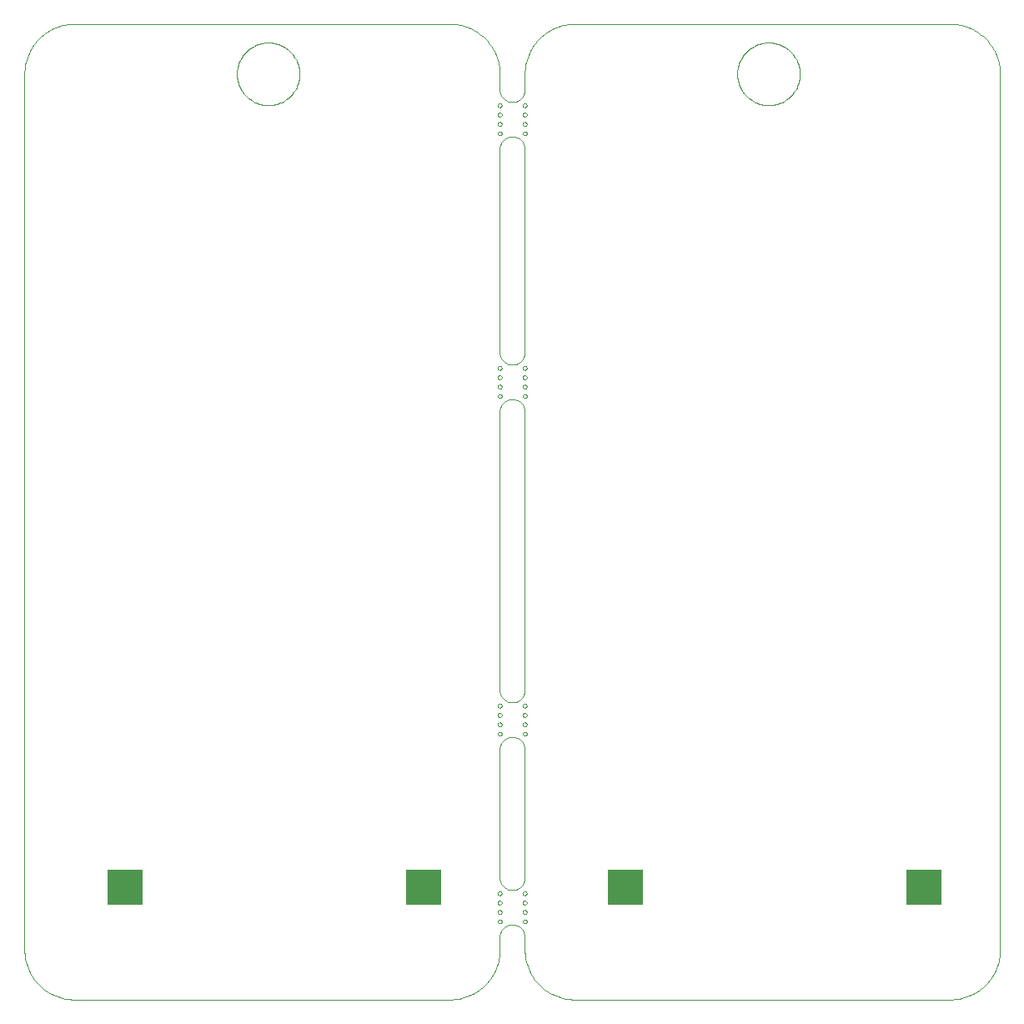
<source format=gbp>
G75*
G70*
%OFA0B0*%
%FSLAX24Y24*%
%IPPOS*%
%LPD*%
%AMOC8*
5,1,8,0,0,1.08239X$1,22.5*
%
%ADD10C,0.0000*%
%ADD11R,0.1417X0.1417*%
D10*
X000655Y002655D02*
X000655Y037655D01*
X000657Y037750D01*
X000664Y037845D01*
X000675Y037940D01*
X000691Y038034D01*
X000711Y038127D01*
X000736Y038218D01*
X000765Y038309D01*
X000798Y038398D01*
X000836Y038486D01*
X000877Y038571D01*
X000923Y038655D01*
X000972Y038736D01*
X001026Y038815D01*
X001083Y038891D01*
X001144Y038965D01*
X001208Y039035D01*
X001275Y039102D01*
X001345Y039166D01*
X001419Y039227D01*
X001495Y039284D01*
X001574Y039338D01*
X001655Y039387D01*
X001739Y039433D01*
X001824Y039474D01*
X001912Y039512D01*
X002001Y039545D01*
X002092Y039574D01*
X002183Y039599D01*
X002276Y039619D01*
X002370Y039635D01*
X002465Y039646D01*
X002560Y039653D01*
X002655Y039655D01*
X017655Y039655D01*
X017750Y039653D01*
X017845Y039646D01*
X017940Y039635D01*
X018034Y039619D01*
X018127Y039599D01*
X018218Y039574D01*
X018309Y039545D01*
X018398Y039512D01*
X018486Y039474D01*
X018571Y039433D01*
X018655Y039387D01*
X018736Y039338D01*
X018815Y039284D01*
X018891Y039227D01*
X018965Y039166D01*
X019035Y039102D01*
X019102Y039035D01*
X019166Y038965D01*
X019227Y038891D01*
X019284Y038815D01*
X019338Y038736D01*
X019387Y038655D01*
X019433Y038571D01*
X019474Y038486D01*
X019512Y038398D01*
X019545Y038309D01*
X019574Y038218D01*
X019599Y038127D01*
X019619Y038034D01*
X019635Y037940D01*
X019646Y037845D01*
X019653Y037750D01*
X019655Y037655D01*
X019655Y037030D01*
X020155Y036530D02*
X020199Y036532D01*
X020242Y036538D01*
X020284Y036547D01*
X020326Y036560D01*
X020366Y036577D01*
X020405Y036597D01*
X020442Y036620D01*
X020476Y036647D01*
X020509Y036676D01*
X020538Y036709D01*
X020565Y036743D01*
X020588Y036780D01*
X020608Y036819D01*
X020625Y036859D01*
X020638Y036901D01*
X020647Y036943D01*
X020653Y036986D01*
X020655Y037030D01*
X020655Y037655D01*
X019655Y037030D02*
X019657Y036986D01*
X019663Y036943D01*
X019672Y036901D01*
X019685Y036859D01*
X019702Y036819D01*
X019722Y036780D01*
X019745Y036743D01*
X019772Y036709D01*
X019801Y036676D01*
X019834Y036647D01*
X019868Y036620D01*
X019905Y036597D01*
X019944Y036577D01*
X019984Y036560D01*
X020026Y036547D01*
X020068Y036538D01*
X020111Y036532D01*
X020155Y036530D01*
X019576Y036405D02*
X019578Y036423D01*
X019584Y036439D01*
X019593Y036454D01*
X019606Y036467D01*
X019621Y036476D01*
X019637Y036482D01*
X019655Y036484D01*
X019673Y036482D01*
X019689Y036476D01*
X019704Y036467D01*
X019717Y036454D01*
X019726Y036439D01*
X019732Y036423D01*
X019734Y036405D01*
X019732Y036387D01*
X019726Y036371D01*
X019717Y036356D01*
X019704Y036343D01*
X019689Y036334D01*
X019673Y036328D01*
X019655Y036326D01*
X019637Y036328D01*
X019621Y036334D01*
X019606Y036343D01*
X019593Y036356D01*
X019584Y036371D01*
X019578Y036387D01*
X019576Y036405D01*
X019576Y036030D02*
X019578Y036048D01*
X019584Y036064D01*
X019593Y036079D01*
X019606Y036092D01*
X019621Y036101D01*
X019637Y036107D01*
X019655Y036109D01*
X019673Y036107D01*
X019689Y036101D01*
X019704Y036092D01*
X019717Y036079D01*
X019726Y036064D01*
X019732Y036048D01*
X019734Y036030D01*
X019732Y036012D01*
X019726Y035996D01*
X019717Y035981D01*
X019704Y035968D01*
X019689Y035959D01*
X019673Y035953D01*
X019655Y035951D01*
X019637Y035953D01*
X019621Y035959D01*
X019606Y035968D01*
X019593Y035981D01*
X019584Y035996D01*
X019578Y036012D01*
X019576Y036030D01*
X019576Y035655D02*
X019578Y035673D01*
X019584Y035689D01*
X019593Y035704D01*
X019606Y035717D01*
X019621Y035726D01*
X019637Y035732D01*
X019655Y035734D01*
X019673Y035732D01*
X019689Y035726D01*
X019704Y035717D01*
X019717Y035704D01*
X019726Y035689D01*
X019732Y035673D01*
X019734Y035655D01*
X019732Y035637D01*
X019726Y035621D01*
X019717Y035606D01*
X019704Y035593D01*
X019689Y035584D01*
X019673Y035578D01*
X019655Y035576D01*
X019637Y035578D01*
X019621Y035584D01*
X019606Y035593D01*
X019593Y035606D01*
X019584Y035621D01*
X019578Y035637D01*
X019576Y035655D01*
X019576Y035280D02*
X019578Y035298D01*
X019584Y035314D01*
X019593Y035329D01*
X019606Y035342D01*
X019621Y035351D01*
X019637Y035357D01*
X019655Y035359D01*
X019673Y035357D01*
X019689Y035351D01*
X019704Y035342D01*
X019717Y035329D01*
X019726Y035314D01*
X019732Y035298D01*
X019734Y035280D01*
X019732Y035262D01*
X019726Y035246D01*
X019717Y035231D01*
X019704Y035218D01*
X019689Y035209D01*
X019673Y035203D01*
X019655Y035201D01*
X019637Y035203D01*
X019621Y035209D01*
X019606Y035218D01*
X019593Y035231D01*
X019584Y035246D01*
X019578Y035262D01*
X019576Y035280D01*
X019655Y034655D02*
X019655Y026530D01*
X020155Y026030D02*
X020199Y026032D01*
X020242Y026038D01*
X020284Y026047D01*
X020326Y026060D01*
X020366Y026077D01*
X020405Y026097D01*
X020442Y026120D01*
X020476Y026147D01*
X020509Y026176D01*
X020538Y026209D01*
X020565Y026243D01*
X020588Y026280D01*
X020608Y026319D01*
X020625Y026359D01*
X020638Y026401D01*
X020647Y026443D01*
X020653Y026486D01*
X020655Y026530D01*
X020655Y034655D01*
X020155Y035155D02*
X020111Y035153D01*
X020068Y035147D01*
X020026Y035138D01*
X019984Y035125D01*
X019944Y035108D01*
X019905Y035088D01*
X019868Y035065D01*
X019834Y035038D01*
X019801Y035009D01*
X019772Y034976D01*
X019745Y034942D01*
X019722Y034905D01*
X019702Y034866D01*
X019685Y034826D01*
X019672Y034784D01*
X019663Y034742D01*
X019657Y034699D01*
X019655Y034655D01*
X020155Y035155D02*
X020199Y035153D01*
X020242Y035147D01*
X020284Y035138D01*
X020326Y035125D01*
X020366Y035108D01*
X020405Y035088D01*
X020442Y035065D01*
X020476Y035038D01*
X020509Y035009D01*
X020538Y034976D01*
X020565Y034942D01*
X020588Y034905D01*
X020608Y034866D01*
X020625Y034826D01*
X020638Y034784D01*
X020647Y034742D01*
X020653Y034699D01*
X020655Y034655D01*
X020576Y035280D02*
X020578Y035298D01*
X020584Y035314D01*
X020593Y035329D01*
X020606Y035342D01*
X020621Y035351D01*
X020637Y035357D01*
X020655Y035359D01*
X020673Y035357D01*
X020689Y035351D01*
X020704Y035342D01*
X020717Y035329D01*
X020726Y035314D01*
X020732Y035298D01*
X020734Y035280D01*
X020732Y035262D01*
X020726Y035246D01*
X020717Y035231D01*
X020704Y035218D01*
X020689Y035209D01*
X020673Y035203D01*
X020655Y035201D01*
X020637Y035203D01*
X020621Y035209D01*
X020606Y035218D01*
X020593Y035231D01*
X020584Y035246D01*
X020578Y035262D01*
X020576Y035280D01*
X020576Y035655D02*
X020578Y035673D01*
X020584Y035689D01*
X020593Y035704D01*
X020606Y035717D01*
X020621Y035726D01*
X020637Y035732D01*
X020655Y035734D01*
X020673Y035732D01*
X020689Y035726D01*
X020704Y035717D01*
X020717Y035704D01*
X020726Y035689D01*
X020732Y035673D01*
X020734Y035655D01*
X020732Y035637D01*
X020726Y035621D01*
X020717Y035606D01*
X020704Y035593D01*
X020689Y035584D01*
X020673Y035578D01*
X020655Y035576D01*
X020637Y035578D01*
X020621Y035584D01*
X020606Y035593D01*
X020593Y035606D01*
X020584Y035621D01*
X020578Y035637D01*
X020576Y035655D01*
X020576Y036030D02*
X020578Y036048D01*
X020584Y036064D01*
X020593Y036079D01*
X020606Y036092D01*
X020621Y036101D01*
X020637Y036107D01*
X020655Y036109D01*
X020673Y036107D01*
X020689Y036101D01*
X020704Y036092D01*
X020717Y036079D01*
X020726Y036064D01*
X020732Y036048D01*
X020734Y036030D01*
X020732Y036012D01*
X020726Y035996D01*
X020717Y035981D01*
X020704Y035968D01*
X020689Y035959D01*
X020673Y035953D01*
X020655Y035951D01*
X020637Y035953D01*
X020621Y035959D01*
X020606Y035968D01*
X020593Y035981D01*
X020584Y035996D01*
X020578Y036012D01*
X020576Y036030D01*
X020576Y036405D02*
X020578Y036423D01*
X020584Y036439D01*
X020593Y036454D01*
X020606Y036467D01*
X020621Y036476D01*
X020637Y036482D01*
X020655Y036484D01*
X020673Y036482D01*
X020689Y036476D01*
X020704Y036467D01*
X020717Y036454D01*
X020726Y036439D01*
X020732Y036423D01*
X020734Y036405D01*
X020732Y036387D01*
X020726Y036371D01*
X020717Y036356D01*
X020704Y036343D01*
X020689Y036334D01*
X020673Y036328D01*
X020655Y036326D01*
X020637Y036328D01*
X020621Y036334D01*
X020606Y036343D01*
X020593Y036356D01*
X020584Y036371D01*
X020578Y036387D01*
X020576Y036405D01*
X020655Y037655D02*
X020657Y037750D01*
X020664Y037845D01*
X020675Y037940D01*
X020691Y038034D01*
X020711Y038127D01*
X020736Y038218D01*
X020765Y038309D01*
X020798Y038398D01*
X020836Y038486D01*
X020877Y038571D01*
X020923Y038655D01*
X020972Y038736D01*
X021026Y038815D01*
X021083Y038891D01*
X021144Y038965D01*
X021208Y039035D01*
X021275Y039102D01*
X021345Y039166D01*
X021419Y039227D01*
X021495Y039284D01*
X021574Y039338D01*
X021655Y039387D01*
X021739Y039433D01*
X021824Y039474D01*
X021912Y039512D01*
X022001Y039545D01*
X022092Y039574D01*
X022183Y039599D01*
X022276Y039619D01*
X022370Y039635D01*
X022465Y039646D01*
X022560Y039653D01*
X022655Y039655D01*
X037655Y039655D01*
X037750Y039653D01*
X037845Y039646D01*
X037940Y039635D01*
X038034Y039619D01*
X038127Y039599D01*
X038218Y039574D01*
X038309Y039545D01*
X038398Y039512D01*
X038486Y039474D01*
X038571Y039433D01*
X038655Y039387D01*
X038736Y039338D01*
X038815Y039284D01*
X038891Y039227D01*
X038965Y039166D01*
X039035Y039102D01*
X039102Y039035D01*
X039166Y038965D01*
X039227Y038891D01*
X039284Y038815D01*
X039338Y038736D01*
X039387Y038655D01*
X039433Y038571D01*
X039474Y038486D01*
X039512Y038398D01*
X039545Y038309D01*
X039574Y038218D01*
X039599Y038127D01*
X039619Y038034D01*
X039635Y037940D01*
X039646Y037845D01*
X039653Y037750D01*
X039655Y037655D01*
X039655Y002655D01*
X039653Y002560D01*
X039646Y002465D01*
X039635Y002370D01*
X039619Y002276D01*
X039599Y002183D01*
X039574Y002092D01*
X039545Y002001D01*
X039512Y001912D01*
X039474Y001824D01*
X039433Y001739D01*
X039387Y001655D01*
X039338Y001574D01*
X039284Y001495D01*
X039227Y001419D01*
X039166Y001345D01*
X039102Y001275D01*
X039035Y001208D01*
X038965Y001144D01*
X038891Y001083D01*
X038815Y001026D01*
X038736Y000972D01*
X038655Y000923D01*
X038571Y000877D01*
X038486Y000836D01*
X038398Y000798D01*
X038309Y000765D01*
X038218Y000736D01*
X038127Y000711D01*
X038034Y000691D01*
X037940Y000675D01*
X037845Y000664D01*
X037750Y000657D01*
X037655Y000655D01*
X022655Y000655D01*
X022560Y000657D01*
X022465Y000664D01*
X022370Y000675D01*
X022276Y000691D01*
X022183Y000711D01*
X022092Y000736D01*
X022001Y000765D01*
X021912Y000798D01*
X021824Y000836D01*
X021739Y000877D01*
X021655Y000923D01*
X021574Y000972D01*
X021495Y001026D01*
X021419Y001083D01*
X021345Y001144D01*
X021275Y001208D01*
X021208Y001275D01*
X021144Y001345D01*
X021083Y001419D01*
X021026Y001495D01*
X020972Y001574D01*
X020923Y001655D01*
X020877Y001739D01*
X020836Y001824D01*
X020798Y001912D01*
X020765Y002001D01*
X020736Y002092D01*
X020711Y002183D01*
X020691Y002276D01*
X020675Y002370D01*
X020664Y002465D01*
X020657Y002560D01*
X020655Y002655D01*
X020655Y003155D01*
X020155Y003655D02*
X020111Y003653D01*
X020068Y003647D01*
X020026Y003638D01*
X019984Y003625D01*
X019944Y003608D01*
X019905Y003588D01*
X019868Y003565D01*
X019834Y003538D01*
X019801Y003509D01*
X019772Y003476D01*
X019745Y003442D01*
X019722Y003405D01*
X019702Y003366D01*
X019685Y003326D01*
X019672Y003284D01*
X019663Y003242D01*
X019657Y003199D01*
X019655Y003155D01*
X019655Y002655D01*
X020655Y003155D02*
X020653Y003199D01*
X020647Y003242D01*
X020638Y003284D01*
X020625Y003326D01*
X020608Y003366D01*
X020588Y003405D01*
X020565Y003442D01*
X020538Y003476D01*
X020509Y003509D01*
X020476Y003538D01*
X020442Y003565D01*
X020405Y003588D01*
X020366Y003608D01*
X020326Y003625D01*
X020284Y003638D01*
X020242Y003647D01*
X020199Y003653D01*
X020155Y003655D01*
X019576Y003780D02*
X019578Y003798D01*
X019584Y003814D01*
X019593Y003829D01*
X019606Y003842D01*
X019621Y003851D01*
X019637Y003857D01*
X019655Y003859D01*
X019673Y003857D01*
X019689Y003851D01*
X019704Y003842D01*
X019717Y003829D01*
X019726Y003814D01*
X019732Y003798D01*
X019734Y003780D01*
X019732Y003762D01*
X019726Y003746D01*
X019717Y003731D01*
X019704Y003718D01*
X019689Y003709D01*
X019673Y003703D01*
X019655Y003701D01*
X019637Y003703D01*
X019621Y003709D01*
X019606Y003718D01*
X019593Y003731D01*
X019584Y003746D01*
X019578Y003762D01*
X019576Y003780D01*
X019576Y004155D02*
X019578Y004173D01*
X019584Y004189D01*
X019593Y004204D01*
X019606Y004217D01*
X019621Y004226D01*
X019637Y004232D01*
X019655Y004234D01*
X019673Y004232D01*
X019689Y004226D01*
X019704Y004217D01*
X019717Y004204D01*
X019726Y004189D01*
X019732Y004173D01*
X019734Y004155D01*
X019732Y004137D01*
X019726Y004121D01*
X019717Y004106D01*
X019704Y004093D01*
X019689Y004084D01*
X019673Y004078D01*
X019655Y004076D01*
X019637Y004078D01*
X019621Y004084D01*
X019606Y004093D01*
X019593Y004106D01*
X019584Y004121D01*
X019578Y004137D01*
X019576Y004155D01*
X019576Y004530D02*
X019578Y004548D01*
X019584Y004564D01*
X019593Y004579D01*
X019606Y004592D01*
X019621Y004601D01*
X019637Y004607D01*
X019655Y004609D01*
X019673Y004607D01*
X019689Y004601D01*
X019704Y004592D01*
X019717Y004579D01*
X019726Y004564D01*
X019732Y004548D01*
X019734Y004530D01*
X019732Y004512D01*
X019726Y004496D01*
X019717Y004481D01*
X019704Y004468D01*
X019689Y004459D01*
X019673Y004453D01*
X019655Y004451D01*
X019637Y004453D01*
X019621Y004459D01*
X019606Y004468D01*
X019593Y004481D01*
X019584Y004496D01*
X019578Y004512D01*
X019576Y004530D01*
X019576Y004905D02*
X019578Y004923D01*
X019584Y004939D01*
X019593Y004954D01*
X019606Y004967D01*
X019621Y004976D01*
X019637Y004982D01*
X019655Y004984D01*
X019673Y004982D01*
X019689Y004976D01*
X019704Y004967D01*
X019717Y004954D01*
X019726Y004939D01*
X019732Y004923D01*
X019734Y004905D01*
X019732Y004887D01*
X019726Y004871D01*
X019717Y004856D01*
X019704Y004843D01*
X019689Y004834D01*
X019673Y004828D01*
X019655Y004826D01*
X019637Y004828D01*
X019621Y004834D01*
X019606Y004843D01*
X019593Y004856D01*
X019584Y004871D01*
X019578Y004887D01*
X019576Y004905D01*
X019655Y005530D02*
X019655Y010655D01*
X019657Y010699D01*
X019663Y010742D01*
X019672Y010784D01*
X019685Y010826D01*
X019702Y010866D01*
X019722Y010905D01*
X019745Y010942D01*
X019772Y010976D01*
X019801Y011009D01*
X019834Y011038D01*
X019868Y011065D01*
X019905Y011088D01*
X019944Y011108D01*
X019984Y011125D01*
X020026Y011138D01*
X020068Y011147D01*
X020111Y011153D01*
X020155Y011155D01*
X020199Y011153D01*
X020242Y011147D01*
X020284Y011138D01*
X020326Y011125D01*
X020366Y011108D01*
X020405Y011088D01*
X020442Y011065D01*
X020476Y011038D01*
X020509Y011009D01*
X020538Y010976D01*
X020565Y010942D01*
X020588Y010905D01*
X020608Y010866D01*
X020625Y010826D01*
X020638Y010784D01*
X020647Y010742D01*
X020653Y010699D01*
X020655Y010655D01*
X020655Y005530D01*
X020653Y005486D01*
X020647Y005443D01*
X020638Y005401D01*
X020625Y005359D01*
X020608Y005319D01*
X020588Y005280D01*
X020565Y005243D01*
X020538Y005209D01*
X020509Y005176D01*
X020476Y005147D01*
X020442Y005120D01*
X020405Y005097D01*
X020366Y005077D01*
X020326Y005060D01*
X020284Y005047D01*
X020242Y005038D01*
X020199Y005032D01*
X020155Y005030D01*
X020111Y005032D01*
X020068Y005038D01*
X020026Y005047D01*
X019984Y005060D01*
X019944Y005077D01*
X019905Y005097D01*
X019868Y005120D01*
X019834Y005147D01*
X019801Y005176D01*
X019772Y005209D01*
X019745Y005243D01*
X019722Y005280D01*
X019702Y005319D01*
X019685Y005359D01*
X019672Y005401D01*
X019663Y005443D01*
X019657Y005486D01*
X019655Y005530D01*
X020576Y004905D02*
X020578Y004923D01*
X020584Y004939D01*
X020593Y004954D01*
X020606Y004967D01*
X020621Y004976D01*
X020637Y004982D01*
X020655Y004984D01*
X020673Y004982D01*
X020689Y004976D01*
X020704Y004967D01*
X020717Y004954D01*
X020726Y004939D01*
X020732Y004923D01*
X020734Y004905D01*
X020732Y004887D01*
X020726Y004871D01*
X020717Y004856D01*
X020704Y004843D01*
X020689Y004834D01*
X020673Y004828D01*
X020655Y004826D01*
X020637Y004828D01*
X020621Y004834D01*
X020606Y004843D01*
X020593Y004856D01*
X020584Y004871D01*
X020578Y004887D01*
X020576Y004905D01*
X020576Y004530D02*
X020578Y004548D01*
X020584Y004564D01*
X020593Y004579D01*
X020606Y004592D01*
X020621Y004601D01*
X020637Y004607D01*
X020655Y004609D01*
X020673Y004607D01*
X020689Y004601D01*
X020704Y004592D01*
X020717Y004579D01*
X020726Y004564D01*
X020732Y004548D01*
X020734Y004530D01*
X020732Y004512D01*
X020726Y004496D01*
X020717Y004481D01*
X020704Y004468D01*
X020689Y004459D01*
X020673Y004453D01*
X020655Y004451D01*
X020637Y004453D01*
X020621Y004459D01*
X020606Y004468D01*
X020593Y004481D01*
X020584Y004496D01*
X020578Y004512D01*
X020576Y004530D01*
X020576Y004155D02*
X020578Y004173D01*
X020584Y004189D01*
X020593Y004204D01*
X020606Y004217D01*
X020621Y004226D01*
X020637Y004232D01*
X020655Y004234D01*
X020673Y004232D01*
X020689Y004226D01*
X020704Y004217D01*
X020717Y004204D01*
X020726Y004189D01*
X020732Y004173D01*
X020734Y004155D01*
X020732Y004137D01*
X020726Y004121D01*
X020717Y004106D01*
X020704Y004093D01*
X020689Y004084D01*
X020673Y004078D01*
X020655Y004076D01*
X020637Y004078D01*
X020621Y004084D01*
X020606Y004093D01*
X020593Y004106D01*
X020584Y004121D01*
X020578Y004137D01*
X020576Y004155D01*
X020576Y003780D02*
X020578Y003798D01*
X020584Y003814D01*
X020593Y003829D01*
X020606Y003842D01*
X020621Y003851D01*
X020637Y003857D01*
X020655Y003859D01*
X020673Y003857D01*
X020689Y003851D01*
X020704Y003842D01*
X020717Y003829D01*
X020726Y003814D01*
X020732Y003798D01*
X020734Y003780D01*
X020732Y003762D01*
X020726Y003746D01*
X020717Y003731D01*
X020704Y003718D01*
X020689Y003709D01*
X020673Y003703D01*
X020655Y003701D01*
X020637Y003703D01*
X020621Y003709D01*
X020606Y003718D01*
X020593Y003731D01*
X020584Y003746D01*
X020578Y003762D01*
X020576Y003780D01*
X019655Y002655D02*
X019653Y002560D01*
X019646Y002465D01*
X019635Y002370D01*
X019619Y002276D01*
X019599Y002183D01*
X019574Y002092D01*
X019545Y002001D01*
X019512Y001912D01*
X019474Y001824D01*
X019433Y001739D01*
X019387Y001655D01*
X019338Y001574D01*
X019284Y001495D01*
X019227Y001419D01*
X019166Y001345D01*
X019102Y001275D01*
X019035Y001208D01*
X018965Y001144D01*
X018891Y001083D01*
X018815Y001026D01*
X018736Y000972D01*
X018655Y000923D01*
X018571Y000877D01*
X018486Y000836D01*
X018398Y000798D01*
X018309Y000765D01*
X018218Y000736D01*
X018127Y000711D01*
X018034Y000691D01*
X017940Y000675D01*
X017845Y000664D01*
X017750Y000657D01*
X017655Y000655D01*
X002655Y000655D01*
X002560Y000657D01*
X002465Y000664D01*
X002370Y000675D01*
X002276Y000691D01*
X002183Y000711D01*
X002092Y000736D01*
X002001Y000765D01*
X001912Y000798D01*
X001824Y000836D01*
X001739Y000877D01*
X001655Y000923D01*
X001574Y000972D01*
X001495Y001026D01*
X001419Y001083D01*
X001345Y001144D01*
X001275Y001208D01*
X001208Y001275D01*
X001144Y001345D01*
X001083Y001419D01*
X001026Y001495D01*
X000972Y001574D01*
X000923Y001655D01*
X000877Y001739D01*
X000836Y001824D01*
X000798Y001912D01*
X000765Y002001D01*
X000736Y002092D01*
X000711Y002183D01*
X000691Y002276D01*
X000675Y002370D01*
X000664Y002465D01*
X000657Y002560D01*
X000655Y002655D01*
X019576Y011280D02*
X019578Y011298D01*
X019584Y011314D01*
X019593Y011329D01*
X019606Y011342D01*
X019621Y011351D01*
X019637Y011357D01*
X019655Y011359D01*
X019673Y011357D01*
X019689Y011351D01*
X019704Y011342D01*
X019717Y011329D01*
X019726Y011314D01*
X019732Y011298D01*
X019734Y011280D01*
X019732Y011262D01*
X019726Y011246D01*
X019717Y011231D01*
X019704Y011218D01*
X019689Y011209D01*
X019673Y011203D01*
X019655Y011201D01*
X019637Y011203D01*
X019621Y011209D01*
X019606Y011218D01*
X019593Y011231D01*
X019584Y011246D01*
X019578Y011262D01*
X019576Y011280D01*
X019576Y011655D02*
X019578Y011673D01*
X019584Y011689D01*
X019593Y011704D01*
X019606Y011717D01*
X019621Y011726D01*
X019637Y011732D01*
X019655Y011734D01*
X019673Y011732D01*
X019689Y011726D01*
X019704Y011717D01*
X019717Y011704D01*
X019726Y011689D01*
X019732Y011673D01*
X019734Y011655D01*
X019732Y011637D01*
X019726Y011621D01*
X019717Y011606D01*
X019704Y011593D01*
X019689Y011584D01*
X019673Y011578D01*
X019655Y011576D01*
X019637Y011578D01*
X019621Y011584D01*
X019606Y011593D01*
X019593Y011606D01*
X019584Y011621D01*
X019578Y011637D01*
X019576Y011655D01*
X019576Y012030D02*
X019578Y012048D01*
X019584Y012064D01*
X019593Y012079D01*
X019606Y012092D01*
X019621Y012101D01*
X019637Y012107D01*
X019655Y012109D01*
X019673Y012107D01*
X019689Y012101D01*
X019704Y012092D01*
X019717Y012079D01*
X019726Y012064D01*
X019732Y012048D01*
X019734Y012030D01*
X019732Y012012D01*
X019726Y011996D01*
X019717Y011981D01*
X019704Y011968D01*
X019689Y011959D01*
X019673Y011953D01*
X019655Y011951D01*
X019637Y011953D01*
X019621Y011959D01*
X019606Y011968D01*
X019593Y011981D01*
X019584Y011996D01*
X019578Y012012D01*
X019576Y012030D01*
X019576Y012405D02*
X019578Y012423D01*
X019584Y012439D01*
X019593Y012454D01*
X019606Y012467D01*
X019621Y012476D01*
X019637Y012482D01*
X019655Y012484D01*
X019673Y012482D01*
X019689Y012476D01*
X019704Y012467D01*
X019717Y012454D01*
X019726Y012439D01*
X019732Y012423D01*
X019734Y012405D01*
X019732Y012387D01*
X019726Y012371D01*
X019717Y012356D01*
X019704Y012343D01*
X019689Y012334D01*
X019673Y012328D01*
X019655Y012326D01*
X019637Y012328D01*
X019621Y012334D01*
X019606Y012343D01*
X019593Y012356D01*
X019584Y012371D01*
X019578Y012387D01*
X019576Y012405D01*
X019655Y013030D02*
X019655Y024155D01*
X019657Y024199D01*
X019663Y024242D01*
X019672Y024284D01*
X019685Y024326D01*
X019702Y024366D01*
X019722Y024405D01*
X019745Y024442D01*
X019772Y024476D01*
X019801Y024509D01*
X019834Y024538D01*
X019868Y024565D01*
X019905Y024588D01*
X019944Y024608D01*
X019984Y024625D01*
X020026Y024638D01*
X020068Y024647D01*
X020111Y024653D01*
X020155Y024655D01*
X019576Y024780D02*
X019578Y024798D01*
X019584Y024814D01*
X019593Y024829D01*
X019606Y024842D01*
X019621Y024851D01*
X019637Y024857D01*
X019655Y024859D01*
X019673Y024857D01*
X019689Y024851D01*
X019704Y024842D01*
X019717Y024829D01*
X019726Y024814D01*
X019732Y024798D01*
X019734Y024780D01*
X019732Y024762D01*
X019726Y024746D01*
X019717Y024731D01*
X019704Y024718D01*
X019689Y024709D01*
X019673Y024703D01*
X019655Y024701D01*
X019637Y024703D01*
X019621Y024709D01*
X019606Y024718D01*
X019593Y024731D01*
X019584Y024746D01*
X019578Y024762D01*
X019576Y024780D01*
X019576Y025155D02*
X019578Y025173D01*
X019584Y025189D01*
X019593Y025204D01*
X019606Y025217D01*
X019621Y025226D01*
X019637Y025232D01*
X019655Y025234D01*
X019673Y025232D01*
X019689Y025226D01*
X019704Y025217D01*
X019717Y025204D01*
X019726Y025189D01*
X019732Y025173D01*
X019734Y025155D01*
X019732Y025137D01*
X019726Y025121D01*
X019717Y025106D01*
X019704Y025093D01*
X019689Y025084D01*
X019673Y025078D01*
X019655Y025076D01*
X019637Y025078D01*
X019621Y025084D01*
X019606Y025093D01*
X019593Y025106D01*
X019584Y025121D01*
X019578Y025137D01*
X019576Y025155D01*
X019576Y025530D02*
X019578Y025548D01*
X019584Y025564D01*
X019593Y025579D01*
X019606Y025592D01*
X019621Y025601D01*
X019637Y025607D01*
X019655Y025609D01*
X019673Y025607D01*
X019689Y025601D01*
X019704Y025592D01*
X019717Y025579D01*
X019726Y025564D01*
X019732Y025548D01*
X019734Y025530D01*
X019732Y025512D01*
X019726Y025496D01*
X019717Y025481D01*
X019704Y025468D01*
X019689Y025459D01*
X019673Y025453D01*
X019655Y025451D01*
X019637Y025453D01*
X019621Y025459D01*
X019606Y025468D01*
X019593Y025481D01*
X019584Y025496D01*
X019578Y025512D01*
X019576Y025530D01*
X019576Y025905D02*
X019578Y025923D01*
X019584Y025939D01*
X019593Y025954D01*
X019606Y025967D01*
X019621Y025976D01*
X019637Y025982D01*
X019655Y025984D01*
X019673Y025982D01*
X019689Y025976D01*
X019704Y025967D01*
X019717Y025954D01*
X019726Y025939D01*
X019732Y025923D01*
X019734Y025905D01*
X019732Y025887D01*
X019726Y025871D01*
X019717Y025856D01*
X019704Y025843D01*
X019689Y025834D01*
X019673Y025828D01*
X019655Y025826D01*
X019637Y025828D01*
X019621Y025834D01*
X019606Y025843D01*
X019593Y025856D01*
X019584Y025871D01*
X019578Y025887D01*
X019576Y025905D01*
X020155Y026030D02*
X020111Y026032D01*
X020068Y026038D01*
X020026Y026047D01*
X019984Y026060D01*
X019944Y026077D01*
X019905Y026097D01*
X019868Y026120D01*
X019834Y026147D01*
X019801Y026176D01*
X019772Y026209D01*
X019745Y026243D01*
X019722Y026280D01*
X019702Y026319D01*
X019685Y026359D01*
X019672Y026401D01*
X019663Y026443D01*
X019657Y026486D01*
X019655Y026530D01*
X020576Y025905D02*
X020578Y025923D01*
X020584Y025939D01*
X020593Y025954D01*
X020606Y025967D01*
X020621Y025976D01*
X020637Y025982D01*
X020655Y025984D01*
X020673Y025982D01*
X020689Y025976D01*
X020704Y025967D01*
X020717Y025954D01*
X020726Y025939D01*
X020732Y025923D01*
X020734Y025905D01*
X020732Y025887D01*
X020726Y025871D01*
X020717Y025856D01*
X020704Y025843D01*
X020689Y025834D01*
X020673Y025828D01*
X020655Y025826D01*
X020637Y025828D01*
X020621Y025834D01*
X020606Y025843D01*
X020593Y025856D01*
X020584Y025871D01*
X020578Y025887D01*
X020576Y025905D01*
X020576Y025530D02*
X020578Y025548D01*
X020584Y025564D01*
X020593Y025579D01*
X020606Y025592D01*
X020621Y025601D01*
X020637Y025607D01*
X020655Y025609D01*
X020673Y025607D01*
X020689Y025601D01*
X020704Y025592D01*
X020717Y025579D01*
X020726Y025564D01*
X020732Y025548D01*
X020734Y025530D01*
X020732Y025512D01*
X020726Y025496D01*
X020717Y025481D01*
X020704Y025468D01*
X020689Y025459D01*
X020673Y025453D01*
X020655Y025451D01*
X020637Y025453D01*
X020621Y025459D01*
X020606Y025468D01*
X020593Y025481D01*
X020584Y025496D01*
X020578Y025512D01*
X020576Y025530D01*
X020576Y025155D02*
X020578Y025173D01*
X020584Y025189D01*
X020593Y025204D01*
X020606Y025217D01*
X020621Y025226D01*
X020637Y025232D01*
X020655Y025234D01*
X020673Y025232D01*
X020689Y025226D01*
X020704Y025217D01*
X020717Y025204D01*
X020726Y025189D01*
X020732Y025173D01*
X020734Y025155D01*
X020732Y025137D01*
X020726Y025121D01*
X020717Y025106D01*
X020704Y025093D01*
X020689Y025084D01*
X020673Y025078D01*
X020655Y025076D01*
X020637Y025078D01*
X020621Y025084D01*
X020606Y025093D01*
X020593Y025106D01*
X020584Y025121D01*
X020578Y025137D01*
X020576Y025155D01*
X020576Y024780D02*
X020578Y024798D01*
X020584Y024814D01*
X020593Y024829D01*
X020606Y024842D01*
X020621Y024851D01*
X020637Y024857D01*
X020655Y024859D01*
X020673Y024857D01*
X020689Y024851D01*
X020704Y024842D01*
X020717Y024829D01*
X020726Y024814D01*
X020732Y024798D01*
X020734Y024780D01*
X020732Y024762D01*
X020726Y024746D01*
X020717Y024731D01*
X020704Y024718D01*
X020689Y024709D01*
X020673Y024703D01*
X020655Y024701D01*
X020637Y024703D01*
X020621Y024709D01*
X020606Y024718D01*
X020593Y024731D01*
X020584Y024746D01*
X020578Y024762D01*
X020576Y024780D01*
X020655Y024155D02*
X020655Y013030D01*
X020653Y012986D01*
X020647Y012943D01*
X020638Y012901D01*
X020625Y012859D01*
X020608Y012819D01*
X020588Y012780D01*
X020565Y012743D01*
X020538Y012709D01*
X020509Y012676D01*
X020476Y012647D01*
X020442Y012620D01*
X020405Y012597D01*
X020366Y012577D01*
X020326Y012560D01*
X020284Y012547D01*
X020242Y012538D01*
X020199Y012532D01*
X020155Y012530D01*
X020111Y012532D01*
X020068Y012538D01*
X020026Y012547D01*
X019984Y012560D01*
X019944Y012577D01*
X019905Y012597D01*
X019868Y012620D01*
X019834Y012647D01*
X019801Y012676D01*
X019772Y012709D01*
X019745Y012743D01*
X019722Y012780D01*
X019702Y012819D01*
X019685Y012859D01*
X019672Y012901D01*
X019663Y012943D01*
X019657Y012986D01*
X019655Y013030D01*
X020576Y012405D02*
X020578Y012423D01*
X020584Y012439D01*
X020593Y012454D01*
X020606Y012467D01*
X020621Y012476D01*
X020637Y012482D01*
X020655Y012484D01*
X020673Y012482D01*
X020689Y012476D01*
X020704Y012467D01*
X020717Y012454D01*
X020726Y012439D01*
X020732Y012423D01*
X020734Y012405D01*
X020732Y012387D01*
X020726Y012371D01*
X020717Y012356D01*
X020704Y012343D01*
X020689Y012334D01*
X020673Y012328D01*
X020655Y012326D01*
X020637Y012328D01*
X020621Y012334D01*
X020606Y012343D01*
X020593Y012356D01*
X020584Y012371D01*
X020578Y012387D01*
X020576Y012405D01*
X020576Y012030D02*
X020578Y012048D01*
X020584Y012064D01*
X020593Y012079D01*
X020606Y012092D01*
X020621Y012101D01*
X020637Y012107D01*
X020655Y012109D01*
X020673Y012107D01*
X020689Y012101D01*
X020704Y012092D01*
X020717Y012079D01*
X020726Y012064D01*
X020732Y012048D01*
X020734Y012030D01*
X020732Y012012D01*
X020726Y011996D01*
X020717Y011981D01*
X020704Y011968D01*
X020689Y011959D01*
X020673Y011953D01*
X020655Y011951D01*
X020637Y011953D01*
X020621Y011959D01*
X020606Y011968D01*
X020593Y011981D01*
X020584Y011996D01*
X020578Y012012D01*
X020576Y012030D01*
X020576Y011655D02*
X020578Y011673D01*
X020584Y011689D01*
X020593Y011704D01*
X020606Y011717D01*
X020621Y011726D01*
X020637Y011732D01*
X020655Y011734D01*
X020673Y011732D01*
X020689Y011726D01*
X020704Y011717D01*
X020717Y011704D01*
X020726Y011689D01*
X020732Y011673D01*
X020734Y011655D01*
X020732Y011637D01*
X020726Y011621D01*
X020717Y011606D01*
X020704Y011593D01*
X020689Y011584D01*
X020673Y011578D01*
X020655Y011576D01*
X020637Y011578D01*
X020621Y011584D01*
X020606Y011593D01*
X020593Y011606D01*
X020584Y011621D01*
X020578Y011637D01*
X020576Y011655D01*
X020576Y011280D02*
X020578Y011298D01*
X020584Y011314D01*
X020593Y011329D01*
X020606Y011342D01*
X020621Y011351D01*
X020637Y011357D01*
X020655Y011359D01*
X020673Y011357D01*
X020689Y011351D01*
X020704Y011342D01*
X020717Y011329D01*
X020726Y011314D01*
X020732Y011298D01*
X020734Y011280D01*
X020732Y011262D01*
X020726Y011246D01*
X020717Y011231D01*
X020704Y011218D01*
X020689Y011209D01*
X020673Y011203D01*
X020655Y011201D01*
X020637Y011203D01*
X020621Y011209D01*
X020606Y011218D01*
X020593Y011231D01*
X020584Y011246D01*
X020578Y011262D01*
X020576Y011280D01*
X020655Y024155D02*
X020653Y024199D01*
X020647Y024242D01*
X020638Y024284D01*
X020625Y024326D01*
X020608Y024366D01*
X020588Y024405D01*
X020565Y024442D01*
X020538Y024476D01*
X020509Y024509D01*
X020476Y024538D01*
X020442Y024565D01*
X020405Y024588D01*
X020366Y024608D01*
X020326Y024625D01*
X020284Y024638D01*
X020242Y024647D01*
X020199Y024653D01*
X020155Y024655D01*
X009155Y037655D02*
X009157Y037725D01*
X009163Y037795D01*
X009173Y037864D01*
X009186Y037933D01*
X009204Y038001D01*
X009225Y038068D01*
X009250Y038133D01*
X009279Y038197D01*
X009311Y038260D01*
X009347Y038320D01*
X009386Y038378D01*
X009428Y038434D01*
X009473Y038488D01*
X009521Y038539D01*
X009572Y038587D01*
X009626Y038632D01*
X009682Y038674D01*
X009740Y038713D01*
X009800Y038749D01*
X009863Y038781D01*
X009927Y038810D01*
X009992Y038835D01*
X010059Y038856D01*
X010127Y038874D01*
X010196Y038887D01*
X010265Y038897D01*
X010335Y038903D01*
X010405Y038905D01*
X010475Y038903D01*
X010545Y038897D01*
X010614Y038887D01*
X010683Y038874D01*
X010751Y038856D01*
X010818Y038835D01*
X010883Y038810D01*
X010947Y038781D01*
X011010Y038749D01*
X011070Y038713D01*
X011128Y038674D01*
X011184Y038632D01*
X011238Y038587D01*
X011289Y038539D01*
X011337Y038488D01*
X011382Y038434D01*
X011424Y038378D01*
X011463Y038320D01*
X011499Y038260D01*
X011531Y038197D01*
X011560Y038133D01*
X011585Y038068D01*
X011606Y038001D01*
X011624Y037933D01*
X011637Y037864D01*
X011647Y037795D01*
X011653Y037725D01*
X011655Y037655D01*
X011653Y037585D01*
X011647Y037515D01*
X011637Y037446D01*
X011624Y037377D01*
X011606Y037309D01*
X011585Y037242D01*
X011560Y037177D01*
X011531Y037113D01*
X011499Y037050D01*
X011463Y036990D01*
X011424Y036932D01*
X011382Y036876D01*
X011337Y036822D01*
X011289Y036771D01*
X011238Y036723D01*
X011184Y036678D01*
X011128Y036636D01*
X011070Y036597D01*
X011010Y036561D01*
X010947Y036529D01*
X010883Y036500D01*
X010818Y036475D01*
X010751Y036454D01*
X010683Y036436D01*
X010614Y036423D01*
X010545Y036413D01*
X010475Y036407D01*
X010405Y036405D01*
X010335Y036407D01*
X010265Y036413D01*
X010196Y036423D01*
X010127Y036436D01*
X010059Y036454D01*
X009992Y036475D01*
X009927Y036500D01*
X009863Y036529D01*
X009800Y036561D01*
X009740Y036597D01*
X009682Y036636D01*
X009626Y036678D01*
X009572Y036723D01*
X009521Y036771D01*
X009473Y036822D01*
X009428Y036876D01*
X009386Y036932D01*
X009347Y036990D01*
X009311Y037050D01*
X009279Y037113D01*
X009250Y037177D01*
X009225Y037242D01*
X009204Y037309D01*
X009186Y037377D01*
X009173Y037446D01*
X009163Y037515D01*
X009157Y037585D01*
X009155Y037655D01*
X029155Y037655D02*
X029157Y037725D01*
X029163Y037795D01*
X029173Y037864D01*
X029186Y037933D01*
X029204Y038001D01*
X029225Y038068D01*
X029250Y038133D01*
X029279Y038197D01*
X029311Y038260D01*
X029347Y038320D01*
X029386Y038378D01*
X029428Y038434D01*
X029473Y038488D01*
X029521Y038539D01*
X029572Y038587D01*
X029626Y038632D01*
X029682Y038674D01*
X029740Y038713D01*
X029800Y038749D01*
X029863Y038781D01*
X029927Y038810D01*
X029992Y038835D01*
X030059Y038856D01*
X030127Y038874D01*
X030196Y038887D01*
X030265Y038897D01*
X030335Y038903D01*
X030405Y038905D01*
X030475Y038903D01*
X030545Y038897D01*
X030614Y038887D01*
X030683Y038874D01*
X030751Y038856D01*
X030818Y038835D01*
X030883Y038810D01*
X030947Y038781D01*
X031010Y038749D01*
X031070Y038713D01*
X031128Y038674D01*
X031184Y038632D01*
X031238Y038587D01*
X031289Y038539D01*
X031337Y038488D01*
X031382Y038434D01*
X031424Y038378D01*
X031463Y038320D01*
X031499Y038260D01*
X031531Y038197D01*
X031560Y038133D01*
X031585Y038068D01*
X031606Y038001D01*
X031624Y037933D01*
X031637Y037864D01*
X031647Y037795D01*
X031653Y037725D01*
X031655Y037655D01*
X031653Y037585D01*
X031647Y037515D01*
X031637Y037446D01*
X031624Y037377D01*
X031606Y037309D01*
X031585Y037242D01*
X031560Y037177D01*
X031531Y037113D01*
X031499Y037050D01*
X031463Y036990D01*
X031424Y036932D01*
X031382Y036876D01*
X031337Y036822D01*
X031289Y036771D01*
X031238Y036723D01*
X031184Y036678D01*
X031128Y036636D01*
X031070Y036597D01*
X031010Y036561D01*
X030947Y036529D01*
X030883Y036500D01*
X030818Y036475D01*
X030751Y036454D01*
X030683Y036436D01*
X030614Y036423D01*
X030545Y036413D01*
X030475Y036407D01*
X030405Y036405D01*
X030335Y036407D01*
X030265Y036413D01*
X030196Y036423D01*
X030127Y036436D01*
X030059Y036454D01*
X029992Y036475D01*
X029927Y036500D01*
X029863Y036529D01*
X029800Y036561D01*
X029740Y036597D01*
X029682Y036636D01*
X029626Y036678D01*
X029572Y036723D01*
X029521Y036771D01*
X029473Y036822D01*
X029428Y036876D01*
X029386Y036932D01*
X029347Y036990D01*
X029311Y037050D01*
X029279Y037113D01*
X029250Y037177D01*
X029225Y037242D01*
X029204Y037309D01*
X029186Y037377D01*
X029173Y037446D01*
X029163Y037515D01*
X029157Y037585D01*
X029155Y037655D01*
D11*
X024691Y005155D03*
X016620Y005155D03*
X004691Y005155D03*
X036620Y005155D03*
M02*

</source>
